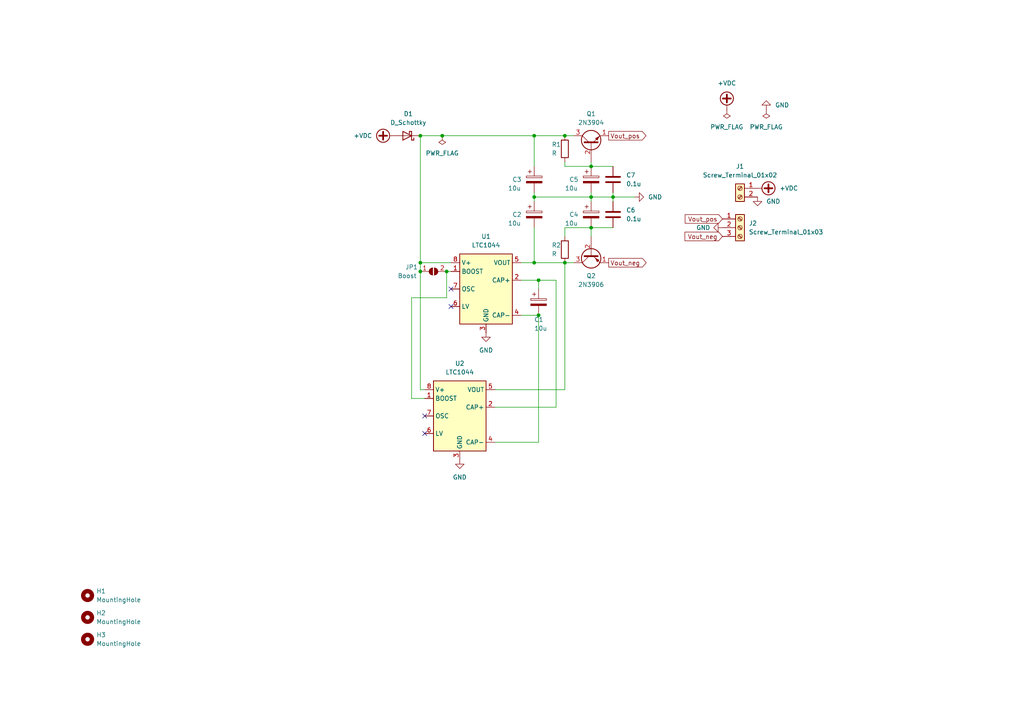
<source format=kicad_sch>
(kicad_sch (version 20211123) (generator eeschema)

  (uuid 438d4c38-e384-414f-9475-0309c84c1ce1)

  (paper "A4")

  (lib_symbols
    (symbol "Connector:Screw_Terminal_01x02" (pin_names (offset 1.016) hide) (in_bom yes) (on_board yes)
      (property "Reference" "J" (id 0) (at 0 2.54 0)
        (effects (font (size 1.27 1.27)))
      )
      (property "Value" "Screw_Terminal_01x02" (id 1) (at 0 -5.08 0)
        (effects (font (size 1.27 1.27)))
      )
      (property "Footprint" "" (id 2) (at 0 0 0)
        (effects (font (size 1.27 1.27)) hide)
      )
      (property "Datasheet" "~" (id 3) (at 0 0 0)
        (effects (font (size 1.27 1.27)) hide)
      )
      (property "ki_keywords" "screw terminal" (id 4) (at 0 0 0)
        (effects (font (size 1.27 1.27)) hide)
      )
      (property "ki_description" "Generic screw terminal, single row, 01x02, script generated (kicad-library-utils/schlib/autogen/connector/)" (id 5) (at 0 0 0)
        (effects (font (size 1.27 1.27)) hide)
      )
      (property "ki_fp_filters" "TerminalBlock*:*" (id 6) (at 0 0 0)
        (effects (font (size 1.27 1.27)) hide)
      )
      (symbol "Screw_Terminal_01x02_1_1"
        (rectangle (start -1.27 1.27) (end 1.27 -3.81)
          (stroke (width 0.254) (type default) (color 0 0 0 0))
          (fill (type background))
        )
        (circle (center 0 -2.54) (radius 0.635)
          (stroke (width 0.1524) (type default) (color 0 0 0 0))
          (fill (type none))
        )
        (polyline
          (pts
            (xy -0.5334 -2.2098)
            (xy 0.3302 -3.048)
          )
          (stroke (width 0.1524) (type default) (color 0 0 0 0))
          (fill (type none))
        )
        (polyline
          (pts
            (xy -0.5334 0.3302)
            (xy 0.3302 -0.508)
          )
          (stroke (width 0.1524) (type default) (color 0 0 0 0))
          (fill (type none))
        )
        (polyline
          (pts
            (xy -0.3556 -2.032)
            (xy 0.508 -2.8702)
          )
          (stroke (width 0.1524) (type default) (color 0 0 0 0))
          (fill (type none))
        )
        (polyline
          (pts
            (xy -0.3556 0.508)
            (xy 0.508 -0.3302)
          )
          (stroke (width 0.1524) (type default) (color 0 0 0 0))
          (fill (type none))
        )
        (circle (center 0 0) (radius 0.635)
          (stroke (width 0.1524) (type default) (color 0 0 0 0))
          (fill (type none))
        )
        (pin passive line (at -5.08 0 0) (length 3.81)
          (name "Pin_1" (effects (font (size 1.27 1.27))))
          (number "1" (effects (font (size 1.27 1.27))))
        )
        (pin passive line (at -5.08 -2.54 0) (length 3.81)
          (name "Pin_2" (effects (font (size 1.27 1.27))))
          (number "2" (effects (font (size 1.27 1.27))))
        )
      )
    )
    (symbol "Connector:Screw_Terminal_01x03" (pin_names (offset 1.016) hide) (in_bom yes) (on_board yes)
      (property "Reference" "J" (id 0) (at 0 5.08 0)
        (effects (font (size 1.27 1.27)))
      )
      (property "Value" "Screw_Terminal_01x03" (id 1) (at 0 -5.08 0)
        (effects (font (size 1.27 1.27)))
      )
      (property "Footprint" "" (id 2) (at 0 0 0)
        (effects (font (size 1.27 1.27)) hide)
      )
      (property "Datasheet" "~" (id 3) (at 0 0 0)
        (effects (font (size 1.27 1.27)) hide)
      )
      (property "ki_keywords" "screw terminal" (id 4) (at 0 0 0)
        (effects (font (size 1.27 1.27)) hide)
      )
      (property "ki_description" "Generic screw terminal, single row, 01x03, script generated (kicad-library-utils/schlib/autogen/connector/)" (id 5) (at 0 0 0)
        (effects (font (size 1.27 1.27)) hide)
      )
      (property "ki_fp_filters" "TerminalBlock*:*" (id 6) (at 0 0 0)
        (effects (font (size 1.27 1.27)) hide)
      )
      (symbol "Screw_Terminal_01x03_1_1"
        (rectangle (start -1.27 3.81) (end 1.27 -3.81)
          (stroke (width 0.254) (type default) (color 0 0 0 0))
          (fill (type background))
        )
        (circle (center 0 -2.54) (radius 0.635)
          (stroke (width 0.1524) (type default) (color 0 0 0 0))
          (fill (type none))
        )
        (polyline
          (pts
            (xy -0.5334 -2.2098)
            (xy 0.3302 -3.048)
          )
          (stroke (width 0.1524) (type default) (color 0 0 0 0))
          (fill (type none))
        )
        (polyline
          (pts
            (xy -0.5334 0.3302)
            (xy 0.3302 -0.508)
          )
          (stroke (width 0.1524) (type default) (color 0 0 0 0))
          (fill (type none))
        )
        (polyline
          (pts
            (xy -0.5334 2.8702)
            (xy 0.3302 2.032)
          )
          (stroke (width 0.1524) (type default) (color 0 0 0 0))
          (fill (type none))
        )
        (polyline
          (pts
            (xy -0.3556 -2.032)
            (xy 0.508 -2.8702)
          )
          (stroke (width 0.1524) (type default) (color 0 0 0 0))
          (fill (type none))
        )
        (polyline
          (pts
            (xy -0.3556 0.508)
            (xy 0.508 -0.3302)
          )
          (stroke (width 0.1524) (type default) (color 0 0 0 0))
          (fill (type none))
        )
        (polyline
          (pts
            (xy -0.3556 3.048)
            (xy 0.508 2.2098)
          )
          (stroke (width 0.1524) (type default) (color 0 0 0 0))
          (fill (type none))
        )
        (circle (center 0 0) (radius 0.635)
          (stroke (width 0.1524) (type default) (color 0 0 0 0))
          (fill (type none))
        )
        (circle (center 0 2.54) (radius 0.635)
          (stroke (width 0.1524) (type default) (color 0 0 0 0))
          (fill (type none))
        )
        (pin passive line (at -5.08 2.54 0) (length 3.81)
          (name "Pin_1" (effects (font (size 1.27 1.27))))
          (number "1" (effects (font (size 1.27 1.27))))
        )
        (pin passive line (at -5.08 0 0) (length 3.81)
          (name "Pin_2" (effects (font (size 1.27 1.27))))
          (number "2" (effects (font (size 1.27 1.27))))
        )
        (pin passive line (at -5.08 -2.54 0) (length 3.81)
          (name "Pin_3" (effects (font (size 1.27 1.27))))
          (number "3" (effects (font (size 1.27 1.27))))
        )
      )
    )
    (symbol "Device:C" (pin_numbers hide) (pin_names (offset 0.254)) (in_bom yes) (on_board yes)
      (property "Reference" "C" (id 0) (at 0.635 2.54 0)
        (effects (font (size 1.27 1.27)) (justify left))
      )
      (property "Value" "C" (id 1) (at 0.635 -2.54 0)
        (effects (font (size 1.27 1.27)) (justify left))
      )
      (property "Footprint" "" (id 2) (at 0.9652 -3.81 0)
        (effects (font (size 1.27 1.27)) hide)
      )
      (property "Datasheet" "~" (id 3) (at 0 0 0)
        (effects (font (size 1.27 1.27)) hide)
      )
      (property "ki_keywords" "cap capacitor" (id 4) (at 0 0 0)
        (effects (font (size 1.27 1.27)) hide)
      )
      (property "ki_description" "Unpolarized capacitor" (id 5) (at 0 0 0)
        (effects (font (size 1.27 1.27)) hide)
      )
      (property "ki_fp_filters" "C_*" (id 6) (at 0 0 0)
        (effects (font (size 1.27 1.27)) hide)
      )
      (symbol "C_0_1"
        (polyline
          (pts
            (xy -2.032 -0.762)
            (xy 2.032 -0.762)
          )
          (stroke (width 0.508) (type default) (color 0 0 0 0))
          (fill (type none))
        )
        (polyline
          (pts
            (xy -2.032 0.762)
            (xy 2.032 0.762)
          )
          (stroke (width 0.508) (type default) (color 0 0 0 0))
          (fill (type none))
        )
      )
      (symbol "C_1_1"
        (pin passive line (at 0 3.81 270) (length 2.794)
          (name "~" (effects (font (size 1.27 1.27))))
          (number "1" (effects (font (size 1.27 1.27))))
        )
        (pin passive line (at 0 -3.81 90) (length 2.794)
          (name "~" (effects (font (size 1.27 1.27))))
          (number "2" (effects (font (size 1.27 1.27))))
        )
      )
    )
    (symbol "Device:C_Polarized" (pin_numbers hide) (pin_names (offset 0.254)) (in_bom yes) (on_board yes)
      (property "Reference" "C" (id 0) (at 0.635 2.54 0)
        (effects (font (size 1.27 1.27)) (justify left))
      )
      (property "Value" "C_Polarized" (id 1) (at 0.635 -2.54 0)
        (effects (font (size 1.27 1.27)) (justify left))
      )
      (property "Footprint" "" (id 2) (at 0.9652 -3.81 0)
        (effects (font (size 1.27 1.27)) hide)
      )
      (property "Datasheet" "~" (id 3) (at 0 0 0)
        (effects (font (size 1.27 1.27)) hide)
      )
      (property "ki_keywords" "cap capacitor" (id 4) (at 0 0 0)
        (effects (font (size 1.27 1.27)) hide)
      )
      (property "ki_description" "Polarized capacitor" (id 5) (at 0 0 0)
        (effects (font (size 1.27 1.27)) hide)
      )
      (property "ki_fp_filters" "CP_*" (id 6) (at 0 0 0)
        (effects (font (size 1.27 1.27)) hide)
      )
      (symbol "C_Polarized_0_1"
        (rectangle (start -2.286 0.508) (end 2.286 1.016)
          (stroke (width 0) (type default) (color 0 0 0 0))
          (fill (type none))
        )
        (polyline
          (pts
            (xy -1.778 2.286)
            (xy -0.762 2.286)
          )
          (stroke (width 0) (type default) (color 0 0 0 0))
          (fill (type none))
        )
        (polyline
          (pts
            (xy -1.27 2.794)
            (xy -1.27 1.778)
          )
          (stroke (width 0) (type default) (color 0 0 0 0))
          (fill (type none))
        )
        (rectangle (start 2.286 -0.508) (end -2.286 -1.016)
          (stroke (width 0) (type default) (color 0 0 0 0))
          (fill (type outline))
        )
      )
      (symbol "C_Polarized_1_1"
        (pin passive line (at 0 3.81 270) (length 2.794)
          (name "~" (effects (font (size 1.27 1.27))))
          (number "1" (effects (font (size 1.27 1.27))))
        )
        (pin passive line (at 0 -3.81 90) (length 2.794)
          (name "~" (effects (font (size 1.27 1.27))))
          (number "2" (effects (font (size 1.27 1.27))))
        )
      )
    )
    (symbol "Device:D_Schottky" (pin_numbers hide) (pin_names (offset 1.016) hide) (in_bom yes) (on_board yes)
      (property "Reference" "D" (id 0) (at 0 2.54 0)
        (effects (font (size 1.27 1.27)))
      )
      (property "Value" "D_Schottky" (id 1) (at 0 -2.54 0)
        (effects (font (size 1.27 1.27)))
      )
      (property "Footprint" "" (id 2) (at 0 0 0)
        (effects (font (size 1.27 1.27)) hide)
      )
      (property "Datasheet" "~" (id 3) (at 0 0 0)
        (effects (font (size 1.27 1.27)) hide)
      )
      (property "ki_keywords" "diode Schottky" (id 4) (at 0 0 0)
        (effects (font (size 1.27 1.27)) hide)
      )
      (property "ki_description" "Schottky diode" (id 5) (at 0 0 0)
        (effects (font (size 1.27 1.27)) hide)
      )
      (property "ki_fp_filters" "TO-???* *_Diode_* *SingleDiode* D_*" (id 6) (at 0 0 0)
        (effects (font (size 1.27 1.27)) hide)
      )
      (symbol "D_Schottky_0_1"
        (polyline
          (pts
            (xy 1.27 0)
            (xy -1.27 0)
          )
          (stroke (width 0) (type default) (color 0 0 0 0))
          (fill (type none))
        )
        (polyline
          (pts
            (xy 1.27 1.27)
            (xy 1.27 -1.27)
            (xy -1.27 0)
            (xy 1.27 1.27)
          )
          (stroke (width 0.254) (type default) (color 0 0 0 0))
          (fill (type none))
        )
        (polyline
          (pts
            (xy -1.905 0.635)
            (xy -1.905 1.27)
            (xy -1.27 1.27)
            (xy -1.27 -1.27)
            (xy -0.635 -1.27)
            (xy -0.635 -0.635)
          )
          (stroke (width 0.254) (type default) (color 0 0 0 0))
          (fill (type none))
        )
      )
      (symbol "D_Schottky_1_1"
        (pin passive line (at -3.81 0 0) (length 2.54)
          (name "K" (effects (font (size 1.27 1.27))))
          (number "1" (effects (font (size 1.27 1.27))))
        )
        (pin passive line (at 3.81 0 180) (length 2.54)
          (name "A" (effects (font (size 1.27 1.27))))
          (number "2" (effects (font (size 1.27 1.27))))
        )
      )
    )
    (symbol "Device:R" (pin_numbers hide) (pin_names (offset 0)) (in_bom yes) (on_board yes)
      (property "Reference" "R" (id 0) (at 2.032 0 90)
        (effects (font (size 1.27 1.27)))
      )
      (property "Value" "R" (id 1) (at 0 0 90)
        (effects (font (size 1.27 1.27)))
      )
      (property "Footprint" "" (id 2) (at -1.778 0 90)
        (effects (font (size 1.27 1.27)) hide)
      )
      (property "Datasheet" "~" (id 3) (at 0 0 0)
        (effects (font (size 1.27 1.27)) hide)
      )
      (property "ki_keywords" "R res resistor" (id 4) (at 0 0 0)
        (effects (font (size 1.27 1.27)) hide)
      )
      (property "ki_description" "Resistor" (id 5) (at 0 0 0)
        (effects (font (size 1.27 1.27)) hide)
      )
      (property "ki_fp_filters" "R_*" (id 6) (at 0 0 0)
        (effects (font (size 1.27 1.27)) hide)
      )
      (symbol "R_0_1"
        (rectangle (start -1.016 -2.54) (end 1.016 2.54)
          (stroke (width 0.254) (type default) (color 0 0 0 0))
          (fill (type none))
        )
      )
      (symbol "R_1_1"
        (pin passive line (at 0 3.81 270) (length 1.27)
          (name "~" (effects (font (size 1.27 1.27))))
          (number "1" (effects (font (size 1.27 1.27))))
        )
        (pin passive line (at 0 -3.81 90) (length 1.27)
          (name "~" (effects (font (size 1.27 1.27))))
          (number "2" (effects (font (size 1.27 1.27))))
        )
      )
    )
    (symbol "Jumper:SolderJumper_2_Open" (pin_names (offset 0) hide) (in_bom yes) (on_board yes)
      (property "Reference" "JP" (id 0) (at 0 2.032 0)
        (effects (font (size 1.27 1.27)))
      )
      (property "Value" "SolderJumper_2_Open" (id 1) (at 0 -2.54 0)
        (effects (font (size 1.27 1.27)))
      )
      (property "Footprint" "" (id 2) (at 0 0 0)
        (effects (font (size 1.27 1.27)) hide)
      )
      (property "Datasheet" "~" (id 3) (at 0 0 0)
        (effects (font (size 1.27 1.27)) hide)
      )
      (property "ki_keywords" "solder jumper SPST" (id 4) (at 0 0 0)
        (effects (font (size 1.27 1.27)) hide)
      )
      (property "ki_description" "Solder Jumper, 2-pole, open" (id 5) (at 0 0 0)
        (effects (font (size 1.27 1.27)) hide)
      )
      (property "ki_fp_filters" "SolderJumper*Open*" (id 6) (at 0 0 0)
        (effects (font (size 1.27 1.27)) hide)
      )
      (symbol "SolderJumper_2_Open_0_1"
        (arc (start -0.254 1.016) (mid -1.27 0) (end -0.254 -1.016)
          (stroke (width 0) (type default) (color 0 0 0 0))
          (fill (type none))
        )
        (arc (start -0.254 1.016) (mid -1.27 0) (end -0.254 -1.016)
          (stroke (width 0) (type default) (color 0 0 0 0))
          (fill (type outline))
        )
        (polyline
          (pts
            (xy -0.254 1.016)
            (xy -0.254 -1.016)
          )
          (stroke (width 0) (type default) (color 0 0 0 0))
          (fill (type none))
        )
        (polyline
          (pts
            (xy 0.254 1.016)
            (xy 0.254 -1.016)
          )
          (stroke (width 0) (type default) (color 0 0 0 0))
          (fill (type none))
        )
        (arc (start 0.254 -1.016) (mid 1.27 0) (end 0.254 1.016)
          (stroke (width 0) (type default) (color 0 0 0 0))
          (fill (type none))
        )
        (arc (start 0.254 -1.016) (mid 1.27 0) (end 0.254 1.016)
          (stroke (width 0) (type default) (color 0 0 0 0))
          (fill (type outline))
        )
      )
      (symbol "SolderJumper_2_Open_1_1"
        (pin passive line (at -3.81 0 0) (length 2.54)
          (name "A" (effects (font (size 1.27 1.27))))
          (number "1" (effects (font (size 1.27 1.27))))
        )
        (pin passive line (at 3.81 0 180) (length 2.54)
          (name "B" (effects (font (size 1.27 1.27))))
          (number "2" (effects (font (size 1.27 1.27))))
        )
      )
    )
    (symbol "Mechanical:MountingHole" (pin_names (offset 1.016)) (in_bom yes) (on_board yes)
      (property "Reference" "H" (id 0) (at 0 5.08 0)
        (effects (font (size 1.27 1.27)))
      )
      (property "Value" "MountingHole" (id 1) (at 0 3.175 0)
        (effects (font (size 1.27 1.27)))
      )
      (property "Footprint" "" (id 2) (at 0 0 0)
        (effects (font (size 1.27 1.27)) hide)
      )
      (property "Datasheet" "~" (id 3) (at 0 0 0)
        (effects (font (size 1.27 1.27)) hide)
      )
      (property "ki_keywords" "mounting hole" (id 4) (at 0 0 0)
        (effects (font (size 1.27 1.27)) hide)
      )
      (property "ki_description" "Mounting Hole without connection" (id 5) (at 0 0 0)
        (effects (font (size 1.27 1.27)) hide)
      )
      (property "ki_fp_filters" "MountingHole*" (id 6) (at 0 0 0)
        (effects (font (size 1.27 1.27)) hide)
      )
      (symbol "MountingHole_0_1"
        (circle (center 0 0) (radius 1.27)
          (stroke (width 1.27) (type default) (color 0 0 0 0))
          (fill (type none))
        )
      )
    )
    (symbol "Regulator_SwitchedCapacitor:LTC1044" (in_bom yes) (on_board yes)
      (property "Reference" "U" (id 0) (at -6.35 11.43 0)
        (effects (font (size 1.27 1.27)))
      )
      (property "Value" "LTC1044" (id 1) (at 3.81 11.43 0)
        (effects (font (size 1.27 1.27)))
      )
      (property "Footprint" "" (id 2) (at 2.54 -2.54 0)
        (effects (font (size 1.27 1.27)) hide)
      )
      (property "Datasheet" "https://www.analog.com/media/en/technical-documentation/data-sheets/lt1044.pdf" (id 3) (at 2.54 -2.54 0)
        (effects (font (size 1.27 1.27)) hide)
      )
      (property "ki_keywords" "monolithic CMOS switched capacitor voltage converter invert double divide multiply boost" (id 4) (at 0 0 0)
        (effects (font (size 1.27 1.27)) hide)
      )
      (property "ki_description" "Switched Capacitor Voltage Converter, 1.5V to 9V supply operation, 200uA Max No Load Supply Current at 5V, DIP-8/TO-99" (id 5) (at 0 0 0)
        (effects (font (size 1.27 1.27)) hide)
      )
      (property "ki_fp_filters" "DIP*W7.62mm* TO?99*" (id 6) (at 0 0 0)
        (effects (font (size 1.27 1.27)) hide)
      )
      (symbol "LTC1044_0_1"
        (rectangle (start -7.62 10.16) (end 7.62 -10.16)
          (stroke (width 0.254) (type default) (color 0 0 0 0))
          (fill (type background))
        )
      )
      (symbol "LTC1044_1_1"
        (pin input line (at -10.16 5.08 0) (length 2.54)
          (name "BOOST" (effects (font (size 1.27 1.27))))
          (number "1" (effects (font (size 1.27 1.27))))
        )
        (pin input line (at 10.16 2.54 180) (length 2.54)
          (name "CAP+" (effects (font (size 1.27 1.27))))
          (number "2" (effects (font (size 1.27 1.27))))
        )
        (pin power_in line (at 0 -12.7 90) (length 2.54)
          (name "GND" (effects (font (size 1.27 1.27))))
          (number "3" (effects (font (size 1.27 1.27))))
        )
        (pin input line (at 10.16 -7.62 180) (length 2.54)
          (name "CAP-" (effects (font (size 1.27 1.27))))
          (number "4" (effects (font (size 1.27 1.27))))
        )
        (pin power_out line (at 10.16 7.62 180) (length 2.54)
          (name "VOUT" (effects (font (size 1.27 1.27))))
          (number "5" (effects (font (size 1.27 1.27))))
        )
        (pin input line (at -10.16 -5.08 0) (length 2.54)
          (name "LV" (effects (font (size 1.27 1.27))))
          (number "6" (effects (font (size 1.27 1.27))))
        )
        (pin input line (at -10.16 0 0) (length 2.54)
          (name "OSC" (effects (font (size 1.27 1.27))))
          (number "7" (effects (font (size 1.27 1.27))))
        )
        (pin power_in line (at -10.16 7.62 0) (length 2.54)
          (name "V+" (effects (font (size 1.27 1.27))))
          (number "8" (effects (font (size 1.27 1.27))))
        )
      )
    )
    (symbol "Transistor_BJT:2N3904" (pin_names (offset 0) hide) (in_bom yes) (on_board yes)
      (property "Reference" "Q" (id 0) (at 5.08 1.905 0)
        (effects (font (size 1.27 1.27)) (justify left))
      )
      (property "Value" "2N3904" (id 1) (at 5.08 0 0)
        (effects (font (size 1.27 1.27)) (justify left))
      )
      (property "Footprint" "Package_TO_SOT_THT:TO-92_Inline" (id 2) (at 5.08 -1.905 0)
        (effects (font (size 1.27 1.27) italic) (justify left) hide)
      )
      (property "Datasheet" "https://www.onsemi.com/pub/Collateral/2N3903-D.PDF" (id 3) (at 0 0 0)
        (effects (font (size 1.27 1.27)) (justify left) hide)
      )
      (property "ki_keywords" "NPN Transistor" (id 4) (at 0 0 0)
        (effects (font (size 1.27 1.27)) hide)
      )
      (property "ki_description" "0.2A Ic, 40V Vce, Small Signal NPN Transistor, TO-92" (id 5) (at 0 0 0)
        (effects (font (size 1.27 1.27)) hide)
      )
      (property "ki_fp_filters" "TO?92*" (id 6) (at 0 0 0)
        (effects (font (size 1.27 1.27)) hide)
      )
      (symbol "2N3904_0_1"
        (polyline
          (pts
            (xy 0.635 0.635)
            (xy 2.54 2.54)
          )
          (stroke (width 0) (type default) (color 0 0 0 0))
          (fill (type none))
        )
        (polyline
          (pts
            (xy 0.635 -0.635)
            (xy 2.54 -2.54)
            (xy 2.54 -2.54)
          )
          (stroke (width 0) (type default) (color 0 0 0 0))
          (fill (type none))
        )
        (polyline
          (pts
            (xy 0.635 1.905)
            (xy 0.635 -1.905)
            (xy 0.635 -1.905)
          )
          (stroke (width 0.508) (type default) (color 0 0 0 0))
          (fill (type none))
        )
        (polyline
          (pts
            (xy 1.27 -1.778)
            (xy 1.778 -1.27)
            (xy 2.286 -2.286)
            (xy 1.27 -1.778)
            (xy 1.27 -1.778)
          )
          (stroke (width 0) (type default) (color 0 0 0 0))
          (fill (type outline))
        )
        (circle (center 1.27 0) (radius 2.8194)
          (stroke (width 0.254) (type default) (color 0 0 0 0))
          (fill (type none))
        )
      )
      (symbol "2N3904_1_1"
        (pin passive line (at 2.54 -5.08 90) (length 2.54)
          (name "E" (effects (font (size 1.27 1.27))))
          (number "1" (effects (font (size 1.27 1.27))))
        )
        (pin passive line (at -5.08 0 0) (length 5.715)
          (name "B" (effects (font (size 1.27 1.27))))
          (number "2" (effects (font (size 1.27 1.27))))
        )
        (pin passive line (at 2.54 5.08 270) (length 2.54)
          (name "C" (effects (font (size 1.27 1.27))))
          (number "3" (effects (font (size 1.27 1.27))))
        )
      )
    )
    (symbol "Transistor_BJT:2N3906" (pin_names (offset 0) hide) (in_bom yes) (on_board yes)
      (property "Reference" "Q" (id 0) (at 5.08 1.905 0)
        (effects (font (size 1.27 1.27)) (justify left))
      )
      (property "Value" "2N3906" (id 1) (at 5.08 0 0)
        (effects (font (size 1.27 1.27)) (justify left))
      )
      (property "Footprint" "Package_TO_SOT_THT:TO-92_Inline" (id 2) (at 5.08 -1.905 0)
        (effects (font (size 1.27 1.27) italic) (justify left) hide)
      )
      (property "Datasheet" "https://www.onsemi.com/pub/Collateral/2N3906-D.PDF" (id 3) (at 0 0 0)
        (effects (font (size 1.27 1.27)) (justify left) hide)
      )
      (property "ki_keywords" "PNP Transistor" (id 4) (at 0 0 0)
        (effects (font (size 1.27 1.27)) hide)
      )
      (property "ki_description" "-0.2A Ic, -40V Vce, Small Signal PNP Transistor, TO-92" (id 5) (at 0 0 0)
        (effects (font (size 1.27 1.27)) hide)
      )
      (property "ki_fp_filters" "TO?92*" (id 6) (at 0 0 0)
        (effects (font (size 1.27 1.27)) hide)
      )
      (symbol "2N3906_0_1"
        (polyline
          (pts
            (xy 0.635 0.635)
            (xy 2.54 2.54)
          )
          (stroke (width 0) (type default) (color 0 0 0 0))
          (fill (type none))
        )
        (polyline
          (pts
            (xy 0.635 -0.635)
            (xy 2.54 -2.54)
            (xy 2.54 -2.54)
          )
          (stroke (width 0) (type default) (color 0 0 0 0))
          (fill (type none))
        )
        (polyline
          (pts
            (xy 0.635 1.905)
            (xy 0.635 -1.905)
            (xy 0.635 -1.905)
          )
          (stroke (width 0.508) (type default) (color 0 0 0 0))
          (fill (type none))
        )
        (polyline
          (pts
            (xy 2.286 -1.778)
            (xy 1.778 -2.286)
            (xy 1.27 -1.27)
            (xy 2.286 -1.778)
            (xy 2.286 -1.778)
          )
          (stroke (width 0) (type default) (color 0 0 0 0))
          (fill (type outline))
        )
        (circle (center 1.27 0) (radius 2.8194)
          (stroke (width 0.254) (type default) (color 0 0 0 0))
          (fill (type none))
        )
      )
      (symbol "2N3906_1_1"
        (pin passive line (at 2.54 -5.08 90) (length 2.54)
          (name "E" (effects (font (size 1.27 1.27))))
          (number "1" (effects (font (size 1.27 1.27))))
        )
        (pin input line (at -5.08 0 0) (length 5.715)
          (name "B" (effects (font (size 1.27 1.27))))
          (number "2" (effects (font (size 1.27 1.27))))
        )
        (pin passive line (at 2.54 5.08 270) (length 2.54)
          (name "C" (effects (font (size 1.27 1.27))))
          (number "3" (effects (font (size 1.27 1.27))))
        )
      )
    )
    (symbol "power:+VDC" (power) (pin_names (offset 0)) (in_bom yes) (on_board yes)
      (property "Reference" "#PWR" (id 0) (at 0 -2.54 0)
        (effects (font (size 1.27 1.27)) hide)
      )
      (property "Value" "+VDC" (id 1) (at 0 6.35 0)
        (effects (font (size 1.27 1.27)))
      )
      (property "Footprint" "" (id 2) (at 0 0 0)
        (effects (font (size 1.27 1.27)) hide)
      )
      (property "Datasheet" "" (id 3) (at 0 0 0)
        (effects (font (size 1.27 1.27)) hide)
      )
      (property "ki_keywords" "power-flag" (id 4) (at 0 0 0)
        (effects (font (size 1.27 1.27)) hide)
      )
      (property "ki_description" "Power symbol creates a global label with name \"+VDC\"" (id 5) (at 0 0 0)
        (effects (font (size 1.27 1.27)) hide)
      )
      (symbol "+VDC_0_1"
        (polyline
          (pts
            (xy -1.143 3.175)
            (xy 1.143 3.175)
          )
          (stroke (width 0.508) (type default) (color 0 0 0 0))
          (fill (type none))
        )
        (polyline
          (pts
            (xy 0 0)
            (xy 0 1.27)
          )
          (stroke (width 0) (type default) (color 0 0 0 0))
          (fill (type none))
        )
        (polyline
          (pts
            (xy 0 2.032)
            (xy 0 4.318)
          )
          (stroke (width 0.508) (type default) (color 0 0 0 0))
          (fill (type none))
        )
        (circle (center 0 3.175) (radius 1.905)
          (stroke (width 0.254) (type default) (color 0 0 0 0))
          (fill (type none))
        )
      )
      (symbol "+VDC_1_1"
        (pin power_in line (at 0 0 90) (length 0) hide
          (name "+VDC" (effects (font (size 1.27 1.27))))
          (number "1" (effects (font (size 1.27 1.27))))
        )
      )
    )
    (symbol "power:GND" (power) (pin_names (offset 0)) (in_bom yes) (on_board yes)
      (property "Reference" "#PWR" (id 0) (at 0 -6.35 0)
        (effects (font (size 1.27 1.27)) hide)
      )
      (property "Value" "GND" (id 1) (at 0 -3.81 0)
        (effects (font (size 1.27 1.27)))
      )
      (property "Footprint" "" (id 2) (at 0 0 0)
        (effects (font (size 1.27 1.27)) hide)
      )
      (property "Datasheet" "" (id 3) (at 0 0 0)
        (effects (font (size 1.27 1.27)) hide)
      )
      (property "ki_keywords" "power-flag" (id 4) (at 0 0 0)
        (effects (font (size 1.27 1.27)) hide)
      )
      (property "ki_description" "Power symbol creates a global label with name \"GND\" , ground" (id 5) (at 0 0 0)
        (effects (font (size 1.27 1.27)) hide)
      )
      (symbol "GND_0_1"
        (polyline
          (pts
            (xy 0 0)
            (xy 0 -1.27)
            (xy 1.27 -1.27)
            (xy 0 -2.54)
            (xy -1.27 -1.27)
            (xy 0 -1.27)
          )
          (stroke (width 0) (type default) (color 0 0 0 0))
          (fill (type none))
        )
      )
      (symbol "GND_1_1"
        (pin power_in line (at 0 0 270) (length 0) hide
          (name "GND" (effects (font (size 1.27 1.27))))
          (number "1" (effects (font (size 1.27 1.27))))
        )
      )
    )
    (symbol "power:PWR_FLAG" (power) (pin_numbers hide) (pin_names (offset 0) hide) (in_bom yes) (on_board yes)
      (property "Reference" "#FLG" (id 0) (at 0 1.905 0)
        (effects (font (size 1.27 1.27)) hide)
      )
      (property "Value" "PWR_FLAG" (id 1) (at 0 3.81 0)
        (effects (font (size 1.27 1.27)))
      )
      (property "Footprint" "" (id 2) (at 0 0 0)
        (effects (font (size 1.27 1.27)) hide)
      )
      (property "Datasheet" "~" (id 3) (at 0 0 0)
        (effects (font (size 1.27 1.27)) hide)
      )
      (property "ki_keywords" "power-flag" (id 4) (at 0 0 0)
        (effects (font (size 1.27 1.27)) hide)
      )
      (property "ki_description" "Special symbol for telling ERC where power comes from" (id 5) (at 0 0 0)
        (effects (font (size 1.27 1.27)) hide)
      )
      (symbol "PWR_FLAG_0_0"
        (pin power_out line (at 0 0 90) (length 0)
          (name "pwr" (effects (font (size 1.27 1.27))))
          (number "1" (effects (font (size 1.27 1.27))))
        )
      )
      (symbol "PWR_FLAG_0_1"
        (polyline
          (pts
            (xy 0 0)
            (xy 0 1.27)
            (xy -1.016 1.905)
            (xy 0 2.54)
            (xy 1.016 1.905)
            (xy 0 1.27)
          )
          (stroke (width 0) (type default) (color 0 0 0 0))
          (fill (type none))
        )
      )
    )
  )


  (junction (at 154.94 76.2) (diameter 0) (color 0 0 0 0)
    (uuid 145d9350-1be8-44ce-a9e9-aac433261052)
  )
  (junction (at 121.92 78.74) (diameter 0) (color 0 0 0 0)
    (uuid 16e424e5-2131-421a-97bb-2507eda0da41)
  )
  (junction (at 129.54 78.74) (diameter 0) (color 0 0 0 0)
    (uuid 1eb1ec6d-9a6a-43e6-a708-251717217f11)
  )
  (junction (at 156.21 91.44) (diameter 0) (color 0 0 0 0)
    (uuid 26a050f0-753a-4947-b7e3-943b9b498ea1)
  )
  (junction (at 121.92 76.2) (diameter 0) (color 0 0 0 0)
    (uuid 400a6db7-893d-4481-8888-3011c25b837d)
  )
  (junction (at 163.83 76.2) (diameter 0) (color 0 0 0 0)
    (uuid 54584c17-da4e-4279-9bee-8c3edb2fc81a)
  )
  (junction (at 171.45 66.04) (diameter 0) (color 0 0 0 0)
    (uuid 744c4796-5377-41f6-b368-88f7e080a961)
  )
  (junction (at 177.8 57.15) (diameter 0) (color 0 0 0 0)
    (uuid 8e2bee3b-e5a6-430e-8134-1ed520eb4c19)
  )
  (junction (at 171.45 48.26) (diameter 0) (color 0 0 0 0)
    (uuid a28c4105-9b86-4a66-828d-b43fa03d8e27)
  )
  (junction (at 163.83 39.37) (diameter 0) (color 0 0 0 0)
    (uuid c33c23e6-094c-4c77-925b-938f3bff95b5)
  )
  (junction (at 154.94 57.15) (diameter 0) (color 0 0 0 0)
    (uuid dc4e48f9-f14b-4c2d-855e-32685de8bfa6)
  )
  (junction (at 171.45 57.15) (diameter 0) (color 0 0 0 0)
    (uuid dcc637ed-87df-44bb-b30f-5d3a67915e70)
  )
  (junction (at 154.94 39.37) (diameter 0) (color 0 0 0 0)
    (uuid dd83bec2-3d45-40b2-ac8d-a1e3d1adcb00)
  )
  (junction (at 156.21 81.28) (diameter 0) (color 0 0 0 0)
    (uuid eb63752a-64dd-4ce5-b0a1-fd08462a3f07)
  )
  (junction (at 128.27 39.37) (diameter 0) (color 0 0 0 0)
    (uuid f73de171-4ff7-4e1b-bd16-9290487286b5)
  )
  (junction (at 121.92 39.37) (diameter 0) (color 0 0 0 0)
    (uuid fef0b0fc-6671-4fd5-bf86-436e92989493)
  )

  (no_connect (at 130.81 83.82) (uuid 002c8032-a2d1-4489-95d2-ba2034829af6))
  (no_connect (at 130.81 88.9) (uuid b9aaa32b-c97e-4612-8d57-22f22eb53f98))
  (no_connect (at 123.19 120.65) (uuid e60f9824-5678-485b-be83-b57fd20fedf8))
  (no_connect (at 123.19 125.73) (uuid f39b7a72-a242-437d-94a0-f61ef6dda4cd))

  (wire (pts (xy 177.8 57.15) (xy 177.8 55.88))
    (stroke (width 0) (type default) (color 0 0 0 0))
    (uuid 04a8b2e8-8fb5-4e38-b660-1581035e14fe)
  )
  (wire (pts (xy 163.83 76.2) (xy 166.37 76.2))
    (stroke (width 0) (type default) (color 0 0 0 0))
    (uuid 053eb802-0c9f-494f-932b-47d7d056c2aa)
  )
  (wire (pts (xy 121.92 113.03) (xy 123.19 113.03))
    (stroke (width 0) (type default) (color 0 0 0 0))
    (uuid 13425d0b-f855-4c81-91f1-cb0dbc3f3c86)
  )
  (wire (pts (xy 163.83 113.03) (xy 143.51 113.03))
    (stroke (width 0) (type default) (color 0 0 0 0))
    (uuid 1538b7cb-4b08-49b2-bdea-e10a28a94ed4)
  )
  (wire (pts (xy 163.83 48.26) (xy 171.45 48.26))
    (stroke (width 0) (type default) (color 0 0 0 0))
    (uuid 15e7c8d7-94a5-488b-9aec-7953b1ef55ba)
  )
  (wire (pts (xy 154.94 57.15) (xy 171.45 57.15))
    (stroke (width 0) (type default) (color 0 0 0 0))
    (uuid 1c6de155-ab7d-44b5-9def-07670ff37901)
  )
  (wire (pts (xy 154.94 58.42) (xy 154.94 57.15))
    (stroke (width 0) (type default) (color 0 0 0 0))
    (uuid 1e5c11e2-8c7c-4b94-926d-f173ae58abbc)
  )
  (wire (pts (xy 161.29 118.11) (xy 143.51 118.11))
    (stroke (width 0) (type default) (color 0 0 0 0))
    (uuid 237c5735-f1fd-4bb3-827c-f5c693de1686)
  )
  (wire (pts (xy 171.45 66.04) (xy 177.8 66.04))
    (stroke (width 0) (type default) (color 0 0 0 0))
    (uuid 35bd912d-da14-4e9f-b76a-adfcf9895f69)
  )
  (wire (pts (xy 154.94 39.37) (xy 154.94 48.26))
    (stroke (width 0) (type default) (color 0 0 0 0))
    (uuid 36233d4f-2c69-4bcb-bed2-26ea3faaa257)
  )
  (wire (pts (xy 121.92 76.2) (xy 130.81 76.2))
    (stroke (width 0) (type default) (color 0 0 0 0))
    (uuid 372a80fc-ae5d-47f8-aa52-1fce57a3f471)
  )
  (wire (pts (xy 156.21 128.27) (xy 143.51 128.27))
    (stroke (width 0) (type default) (color 0 0 0 0))
    (uuid 373212b7-49ef-45c2-be29-e3dd02f1066d)
  )
  (wire (pts (xy 151.13 91.44) (xy 156.21 91.44))
    (stroke (width 0) (type default) (color 0 0 0 0))
    (uuid 3dff9328-faf7-4978-944e-b3f2867ef9e8)
  )
  (wire (pts (xy 184.15 57.15) (xy 177.8 57.15))
    (stroke (width 0) (type default) (color 0 0 0 0))
    (uuid 406ed53b-31d1-4cb4-899b-d58056970aa6)
  )
  (wire (pts (xy 154.94 66.04) (xy 154.94 76.2))
    (stroke (width 0) (type default) (color 0 0 0 0))
    (uuid 4b873f2c-ccfb-444c-9479-d80a2472d61a)
  )
  (wire (pts (xy 171.45 48.26) (xy 177.8 48.26))
    (stroke (width 0) (type default) (color 0 0 0 0))
    (uuid 4c06886e-a686-4bfa-a9a1-9bd621d2c5e5)
  )
  (wire (pts (xy 163.83 39.37) (xy 166.37 39.37))
    (stroke (width 0) (type default) (color 0 0 0 0))
    (uuid 4e39791e-9632-448e-849f-2a9b20efaa95)
  )
  (wire (pts (xy 156.21 91.44) (xy 156.21 128.27))
    (stroke (width 0) (type default) (color 0 0 0 0))
    (uuid 4e5a0a3d-4bf1-47f6-885f-1b2131abf6cb)
  )
  (wire (pts (xy 171.45 66.04) (xy 171.45 68.58))
    (stroke (width 0) (type default) (color 0 0 0 0))
    (uuid 5f710a04-ab46-4b1f-aa50-941f0d427f10)
  )
  (wire (pts (xy 121.92 78.74) (xy 121.92 113.03))
    (stroke (width 0) (type default) (color 0 0 0 0))
    (uuid 77cbe6d2-a2b8-46bc-b5d5-6fe3f190f1ab)
  )
  (wire (pts (xy 171.45 46.99) (xy 171.45 48.26))
    (stroke (width 0) (type default) (color 0 0 0 0))
    (uuid 79c8a3ff-0195-4d1a-bc7f-836c47660870)
  )
  (wire (pts (xy 156.21 81.28) (xy 151.13 81.28))
    (stroke (width 0) (type default) (color 0 0 0 0))
    (uuid 7caea5e2-485e-447e-972d-179a2903d8f7)
  )
  (wire (pts (xy 154.94 76.2) (xy 163.83 76.2))
    (stroke (width 0) (type default) (color 0 0 0 0))
    (uuid 7e196398-56bc-4e5f-86ac-42df5b5404a1)
  )
  (wire (pts (xy 129.54 78.74) (xy 130.81 78.74))
    (stroke (width 0) (type default) (color 0 0 0 0))
    (uuid 812a2910-089c-4dca-9536-56c042e6abb3)
  )
  (wire (pts (xy 156.21 83.82) (xy 156.21 81.28))
    (stroke (width 0) (type default) (color 0 0 0 0))
    (uuid 87addc40-7e71-4fa4-a863-fab822f8cad9)
  )
  (wire (pts (xy 119.38 115.57) (xy 123.19 115.57))
    (stroke (width 0) (type default) (color 0 0 0 0))
    (uuid 99f16ae2-bc94-4ca5-b754-28693fe972c0)
  )
  (wire (pts (xy 171.45 57.15) (xy 177.8 57.15))
    (stroke (width 0) (type default) (color 0 0 0 0))
    (uuid b46c3c23-ce15-4d0b-ba93-6f975827cd6a)
  )
  (wire (pts (xy 121.92 39.37) (xy 128.27 39.37))
    (stroke (width 0) (type default) (color 0 0 0 0))
    (uuid b8e3e5ca-c539-4a48-9dff-9f4a0ed61fb3)
  )
  (wire (pts (xy 171.45 58.42) (xy 171.45 57.15))
    (stroke (width 0) (type default) (color 0 0 0 0))
    (uuid bcf91cb1-bc5f-4873-8f31-0ada8c0ff16d)
  )
  (wire (pts (xy 163.83 76.2) (xy 163.83 113.03))
    (stroke (width 0) (type default) (color 0 0 0 0))
    (uuid bf70fa6f-45ed-4d73-a4d5-ed6efe80c93e)
  )
  (wire (pts (xy 163.83 46.99) (xy 163.83 48.26))
    (stroke (width 0) (type default) (color 0 0 0 0))
    (uuid c18553f1-3dd2-44b5-964d-a4e5c223df1e)
  )
  (wire (pts (xy 128.27 39.37) (xy 154.94 39.37))
    (stroke (width 0) (type default) (color 0 0 0 0))
    (uuid ca4fb96c-3f36-4b43-bf5d-1c7d4410d8f9)
  )
  (wire (pts (xy 154.94 55.88) (xy 154.94 57.15))
    (stroke (width 0) (type default) (color 0 0 0 0))
    (uuid cbe7db16-d428-4233-8df1-e292c37dbc17)
  )
  (wire (pts (xy 129.54 86.36) (xy 119.38 86.36))
    (stroke (width 0) (type default) (color 0 0 0 0))
    (uuid d10868f6-6437-4fe8-a92c-dd3bd0e6d3d8)
  )
  (wire (pts (xy 121.92 76.2) (xy 121.92 78.74))
    (stroke (width 0) (type default) (color 0 0 0 0))
    (uuid d135d30f-f113-40ae-a0b9-dde3265cdeeb)
  )
  (wire (pts (xy 161.29 81.28) (xy 161.29 118.11))
    (stroke (width 0) (type default) (color 0 0 0 0))
    (uuid d14f02d4-573c-4b56-9cfe-937551edc485)
  )
  (wire (pts (xy 119.38 86.36) (xy 119.38 115.57))
    (stroke (width 0) (type default) (color 0 0 0 0))
    (uuid d9b6d7c1-95ec-4c86-91b7-b8885bbcf950)
  )
  (wire (pts (xy 163.83 68.58) (xy 163.83 66.04))
    (stroke (width 0) (type default) (color 0 0 0 0))
    (uuid ddcdb978-90e1-47d5-abf9-a6cdfcdfcaf8)
  )
  (wire (pts (xy 163.83 66.04) (xy 171.45 66.04))
    (stroke (width 0) (type default) (color 0 0 0 0))
    (uuid df3d2bb6-58c2-4141-b4af-14c47eb439fa)
  )
  (wire (pts (xy 129.54 78.74) (xy 129.54 86.36))
    (stroke (width 0) (type default) (color 0 0 0 0))
    (uuid ec039444-54de-436a-aced-334c4e7f497c)
  )
  (wire (pts (xy 121.92 39.37) (xy 121.92 76.2))
    (stroke (width 0) (type default) (color 0 0 0 0))
    (uuid efd2ef7f-3e12-40dc-aa9f-b4af3d06d242)
  )
  (wire (pts (xy 171.45 55.88) (xy 171.45 57.15))
    (stroke (width 0) (type default) (color 0 0 0 0))
    (uuid f2b7af9f-17d3-4bd0-9ef6-7a806bdf0b86)
  )
  (wire (pts (xy 154.94 39.37) (xy 163.83 39.37))
    (stroke (width 0) (type default) (color 0 0 0 0))
    (uuid f48a38b8-3a14-48a2-892d-df20e9e3209a)
  )
  (wire (pts (xy 156.21 81.28) (xy 161.29 81.28))
    (stroke (width 0) (type default) (color 0 0 0 0))
    (uuid f6271a5e-13d3-4d21-a184-002941eb85db)
  )
  (wire (pts (xy 151.13 76.2) (xy 154.94 76.2))
    (stroke (width 0) (type default) (color 0 0 0 0))
    (uuid fc7786fc-afa4-4030-99a4-3912bd85e83b)
  )
  (wire (pts (xy 177.8 57.15) (xy 177.8 58.42))
    (stroke (width 0) (type default) (color 0 0 0 0))
    (uuid fd3e5766-a48a-4108-be0c-dcb9ee891ea4)
  )

  (global_label "Vout_neg" (shape output) (at 176.53 76.2 0) (fields_autoplaced)
    (effects (font (size 1.27 1.27)) (justify left))
    (uuid 10b2acba-c8ab-4fd5-82de-255367495c81)
    (property "Intersheet References" "${INTERSHEET_REFS}" (id 0) (at 187.4098 76.1206 0)
      (effects (font (size 1.27 1.27)) (justify left) hide)
    )
  )
  (global_label "Vout_pos" (shape input) (at 209.55 63.5 180) (fields_autoplaced)
    (effects (font (size 1.27 1.27)) (justify right))
    (uuid 1b98d9a9-11a2-41ff-8c29-1fa93c9d622c)
    (property "Intersheet References" "${INTERSHEET_REFS}" (id 0) (at 198.7307 63.4206 0)
      (effects (font (size 1.27 1.27)) (justify right) hide)
    )
  )
  (global_label "Vout_neg" (shape input) (at 209.55 68.58 180) (fields_autoplaced)
    (effects (font (size 1.27 1.27)) (justify right))
    (uuid 2610d3df-0e94-48a0-8338-6b832b2ebce0)
    (property "Intersheet References" "${INTERSHEET_REFS}" (id 0) (at 198.6702 68.5006 0)
      (effects (font (size 1.27 1.27)) (justify right) hide)
    )
  )
  (global_label "Vout_pos" (shape output) (at 176.53 39.37 0) (fields_autoplaced)
    (effects (font (size 1.27 1.27)) (justify left))
    (uuid 4fe700ca-714f-4679-892f-3c8fd9c047c7)
    (property "Intersheet References" "${INTERSHEET_REFS}" (id 0) (at 187.3493 39.2906 0)
      (effects (font (size 1.27 1.27)) (justify left) hide)
    )
  )

  (symbol (lib_id "Connector:Screw_Terminal_01x02") (at 214.63 54.61 0) (mirror y) (unit 1)
    (in_bom yes) (on_board yes) (fields_autoplaced)
    (uuid 16cd4fbd-af81-49a6-a5b3-e0c94394dbf7)
    (property "Reference" "J1" (id 0) (at 214.63 48.26 0))
    (property "Value" "Screw_Terminal_01x02" (id 1) (at 214.63 50.8 0))
    (property "Footprint" "TerminalBlock_Phoenix:TerminalBlock_Phoenix_MPT-0,5-2-2.54_1x02_P2.54mm_Horizontal" (id 2) (at 214.63 54.61 0)
      (effects (font (size 1.27 1.27)) hide)
    )
    (property "Datasheet" "~" (id 3) (at 214.63 54.61 0)
      (effects (font (size 1.27 1.27)) hide)
    )
    (pin "1" (uuid 82912e26-413a-4309-b7a8-a9e848f8339a))
    (pin "2" (uuid acaa30df-6938-4075-ac5d-6dfdb11dc737))
  )

  (symbol (lib_id "power:GND") (at 209.55 66.04 270) (unit 1)
    (in_bom yes) (on_board yes)
    (uuid 267c6a73-c21f-4432-b3fa-6c7d55f65275)
    (property "Reference" "#PWR05" (id 0) (at 203.2 66.04 0)
      (effects (font (size 1.27 1.27)) hide)
    )
    (property "Value" "GND" (id 1) (at 201.93 66.04 90)
      (effects (font (size 1.27 1.27)) (justify left))
    )
    (property "Footprint" "" (id 2) (at 209.55 66.04 0)
      (effects (font (size 1.27 1.27)) hide)
    )
    (property "Datasheet" "" (id 3) (at 209.55 66.04 0)
      (effects (font (size 1.27 1.27)) hide)
    )
    (pin "1" (uuid 89443ce1-b846-4d08-8ba9-dad5a795ff0b))
  )

  (symbol (lib_id "Mechanical:MountingHole") (at 25.4 179.07 0) (unit 1)
    (in_bom yes) (on_board yes) (fields_autoplaced)
    (uuid 318ef834-5d0f-4e62-920d-a31dc3e10017)
    (property "Reference" "H2" (id 0) (at 27.94 177.7999 0)
      (effects (font (size 1.27 1.27)) (justify left))
    )
    (property "Value" "MountingHole" (id 1) (at 27.94 180.3399 0)
      (effects (font (size 1.27 1.27)) (justify left))
    )
    (property "Footprint" "MountingHole:MountingHole_3.2mm_M3" (id 2) (at 25.4 179.07 0)
      (effects (font (size 1.27 1.27)) hide)
    )
    (property "Datasheet" "~" (id 3) (at 25.4 179.07 0)
      (effects (font (size 1.27 1.27)) hide)
    )
  )

  (symbol (lib_id "power:+VDC") (at 114.3 39.37 90) (unit 1)
    (in_bom yes) (on_board yes) (fields_autoplaced)
    (uuid 3a2dcc9e-8268-4d1b-b39e-5c975f993f6a)
    (property "Reference" "#PWR01" (id 0) (at 116.84 39.37 0)
      (effects (font (size 1.27 1.27)) hide)
    )
    (property "Value" "+VDC" (id 1) (at 107.95 39.3699 90)
      (effects (font (size 1.27 1.27)) (justify left))
    )
    (property "Footprint" "" (id 2) (at 114.3 39.37 0)
      (effects (font (size 1.27 1.27)) hide)
    )
    (property "Datasheet" "" (id 3) (at 114.3 39.37 0)
      (effects (font (size 1.27 1.27)) hide)
    )
    (pin "1" (uuid 021a24c8-ce10-4e2b-85cd-55eef589a5fc))
  )

  (symbol (lib_id "Device:C_Polarized") (at 156.21 87.63 0) (unit 1)
    (in_bom yes) (on_board yes)
    (uuid 3c5d533f-c58a-4d04-ae9c-2be486a6db5a)
    (property "Reference" "C1" (id 0) (at 154.94 92.71 0)
      (effects (font (size 1.27 1.27)) (justify left))
    )
    (property "Value" "10u" (id 1) (at 154.94 95.25 0)
      (effects (font (size 1.27 1.27)) (justify left))
    )
    (property "Footprint" "Capacitor_THT:CP_Radial_D6.3mm_P2.50mm" (id 2) (at 157.1752 91.44 0)
      (effects (font (size 1.27 1.27)) hide)
    )
    (property "Datasheet" "~" (id 3) (at 156.21 87.63 0)
      (effects (font (size 1.27 1.27)) hide)
    )
    (pin "1" (uuid ecb27219-1f00-4076-8e47-913fbed44906))
    (pin "2" (uuid 8f7f685c-b850-49cf-83ed-1f21918c00f7))
  )

  (symbol (lib_id "power:GND") (at 184.15 57.15 90) (unit 1)
    (in_bom yes) (on_board yes) (fields_autoplaced)
    (uuid 429265ca-015b-4a72-af24-96de314535f5)
    (property "Reference" "#PWR04" (id 0) (at 190.5 57.15 0)
      (effects (font (size 1.27 1.27)) hide)
    )
    (property "Value" "GND" (id 1) (at 187.96 57.1499 90)
      (effects (font (size 1.27 1.27)) (justify right))
    )
    (property "Footprint" "" (id 2) (at 184.15 57.15 0)
      (effects (font (size 1.27 1.27)) hide)
    )
    (property "Datasheet" "" (id 3) (at 184.15 57.15 0)
      (effects (font (size 1.27 1.27)) hide)
    )
    (pin "1" (uuid bc840c58-873a-436b-bf7a-12bcd20b0ae8))
  )

  (symbol (lib_id "power:GND") (at 140.97 96.52 0) (unit 1)
    (in_bom yes) (on_board yes) (fields_autoplaced)
    (uuid 4cf2dcf0-4e0c-4953-8f3f-950e7445d013)
    (property "Reference" "#PWR02" (id 0) (at 140.97 102.87 0)
      (effects (font (size 1.27 1.27)) hide)
    )
    (property "Value" "GND" (id 1) (at 140.97 101.6 0))
    (property "Footprint" "" (id 2) (at 140.97 96.52 0)
      (effects (font (size 1.27 1.27)) hide)
    )
    (property "Datasheet" "" (id 3) (at 140.97 96.52 0)
      (effects (font (size 1.27 1.27)) hide)
    )
    (pin "1" (uuid 3ea0bb38-da72-4f5a-ae9b-8ff8486101aa))
  )

  (symbol (lib_id "Device:C_Polarized") (at 171.45 62.23 0) (unit 1)
    (in_bom yes) (on_board yes)
    (uuid 501790c6-afad-457b-b0c8-0363f4c9fa37)
    (property "Reference" "C4" (id 0) (at 165.1 62.23 0)
      (effects (font (size 1.27 1.27)) (justify left))
    )
    (property "Value" "10u" (id 1) (at 163.83 64.77 0)
      (effects (font (size 1.27 1.27)) (justify left))
    )
    (property "Footprint" "Capacitor_THT:CP_Radial_D6.3mm_P2.50mm" (id 2) (at 172.4152 66.04 0)
      (effects (font (size 1.27 1.27)) hide)
    )
    (property "Datasheet" "~" (id 3) (at 171.45 62.23 0)
      (effects (font (size 1.27 1.27)) hide)
    )
    (pin "1" (uuid 10ce4885-b98d-4c76-8ee6-fcd23717b4ae))
    (pin "2" (uuid a6b28242-2004-470a-97a3-071856f2b766))
  )

  (symbol (lib_id "power:GND") (at 222.25 31.75 180) (unit 1)
    (in_bom yes) (on_board yes) (fields_autoplaced)
    (uuid 50fba9a1-81e6-4599-951a-8a4a1d7e2db1)
    (property "Reference" "#PWR09" (id 0) (at 222.25 25.4 0)
      (effects (font (size 1.27 1.27)) hide)
    )
    (property "Value" "GND" (id 1) (at 224.79 30.4799 0)
      (effects (font (size 1.27 1.27)) (justify right))
    )
    (property "Footprint" "" (id 2) (at 222.25 31.75 0)
      (effects (font (size 1.27 1.27)) hide)
    )
    (property "Datasheet" "" (id 3) (at 222.25 31.75 0)
      (effects (font (size 1.27 1.27)) hide)
    )
    (pin "1" (uuid 1595dfa1-0ba4-424d-8e90-55dacb5a9d72))
  )

  (symbol (lib_id "Device:C") (at 177.8 62.23 0) (unit 1)
    (in_bom yes) (on_board yes) (fields_autoplaced)
    (uuid 56c3f0fc-801a-4cf5-8041-1a4e82161009)
    (property "Reference" "C6" (id 0) (at 181.61 60.9599 0)
      (effects (font (size 1.27 1.27)) (justify left))
    )
    (property "Value" "0.1u" (id 1) (at 181.61 63.4999 0)
      (effects (font (size 1.27 1.27)) (justify left))
    )
    (property "Footprint" "Capacitor_THT:C_Disc_D3.0mm_W2.0mm_P2.50mm" (id 2) (at 178.7652 66.04 0)
      (effects (font (size 1.27 1.27)) hide)
    )
    (property "Datasheet" "~" (id 3) (at 177.8 62.23 0)
      (effects (font (size 1.27 1.27)) hide)
    )
    (pin "1" (uuid 29490476-7a98-4b88-8daf-01209123cab1))
    (pin "2" (uuid 01852510-a459-47f1-a751-ad2d5c340630))
  )

  (symbol (lib_id "Transistor_BJT:2N3906") (at 171.45 73.66 90) (mirror x) (unit 1)
    (in_bom yes) (on_board yes) (fields_autoplaced)
    (uuid 58f697e2-9c84-4b2b-8c5e-d61f2306be1a)
    (property "Reference" "Q2" (id 0) (at 171.45 80.01 90))
    (property "Value" "2N3906" (id 1) (at 171.45 82.55 90))
    (property "Footprint" "Package_TO_SOT_THT:TO-92" (id 2) (at 173.355 78.74 0)
      (effects (font (size 1.27 1.27) italic) (justify left) hide)
    )
    (property "Datasheet" "https://www.onsemi.com/pub/Collateral/2N3906-D.PDF" (id 3) (at 171.45 73.66 0)
      (effects (font (size 1.27 1.27)) (justify left) hide)
    )
    (pin "1" (uuid 801397ed-a325-40fd-b1e1-9e6ccf2409da))
    (pin "2" (uuid 2ee5d4bd-d523-4802-8b49-6b0a2dd10fd4))
    (pin "3" (uuid 6169cf84-2929-4c0f-8799-e98d0bc37a0d))
  )

  (symbol (lib_id "power:GND") (at 219.71 57.15 0) (unit 1)
    (in_bom yes) (on_board yes) (fields_autoplaced)
    (uuid 59247fed-0d5a-4fcc-b08c-52391895434d)
    (property "Reference" "#PWR08" (id 0) (at 219.71 63.5 0)
      (effects (font (size 1.27 1.27)) hide)
    )
    (property "Value" "GND" (id 1) (at 222.25 58.4199 0)
      (effects (font (size 1.27 1.27)) (justify left))
    )
    (property "Footprint" "" (id 2) (at 219.71 57.15 0)
      (effects (font (size 1.27 1.27)) hide)
    )
    (property "Datasheet" "" (id 3) (at 219.71 57.15 0)
      (effects (font (size 1.27 1.27)) hide)
    )
    (pin "1" (uuid 82fbc21d-e41c-4b5c-953c-9ee493f53216))
  )

  (symbol (lib_id "Device:D_Schottky") (at 118.11 39.37 180) (unit 1)
    (in_bom yes) (on_board yes) (fields_autoplaced)
    (uuid 5d6a3628-f926-4e95-9cf6-8d985da29e71)
    (property "Reference" "D1" (id 0) (at 118.4275 33.02 0))
    (property "Value" "D_Schottky" (id 1) (at 118.4275 35.56 0))
    (property "Footprint" "Diode_THT:D_DO-41_SOD81_P7.62mm_Horizontal" (id 2) (at 118.11 39.37 0)
      (effects (font (size 1.27 1.27)) hide)
    )
    (property "Datasheet" "~" (id 3) (at 118.11 39.37 0)
      (effects (font (size 1.27 1.27)) hide)
    )
    (pin "1" (uuid b1f2e1f4-2392-4651-8347-374b18146dad))
    (pin "2" (uuid 03fe155f-0e2d-4fbd-8e3f-075f31f9f4c3))
  )

  (symbol (lib_id "power:PWR_FLAG") (at 210.82 31.75 180) (unit 1)
    (in_bom yes) (on_board yes) (fields_autoplaced)
    (uuid 5f20f17c-66eb-486d-a3da-4efee01fc096)
    (property "Reference" "#FLG01" (id 0) (at 210.82 33.655 0)
      (effects (font (size 1.27 1.27)) hide)
    )
    (property "Value" "PWR_FLAG" (id 1) (at 210.82 36.83 0))
    (property "Footprint" "" (id 2) (at 210.82 31.75 0)
      (effects (font (size 1.27 1.27)) hide)
    )
    (property "Datasheet" "~" (id 3) (at 210.82 31.75 0)
      (effects (font (size 1.27 1.27)) hide)
    )
    (pin "1" (uuid c5bd4185-cf59-48bd-bf48-1c450feed932))
  )

  (symbol (lib_id "Device:C") (at 177.8 52.07 0) (unit 1)
    (in_bom yes) (on_board yes) (fields_autoplaced)
    (uuid 6bb273f0-a50d-4e97-a2e4-9d4a3e44870a)
    (property "Reference" "C7" (id 0) (at 181.61 50.7999 0)
      (effects (font (size 1.27 1.27)) (justify left))
    )
    (property "Value" "0.1u" (id 1) (at 181.61 53.3399 0)
      (effects (font (size 1.27 1.27)) (justify left))
    )
    (property "Footprint" "Capacitor_THT:C_Disc_D3.0mm_W2.0mm_P2.50mm" (id 2) (at 178.7652 55.88 0)
      (effects (font (size 1.27 1.27)) hide)
    )
    (property "Datasheet" "~" (id 3) (at 177.8 52.07 0)
      (effects (font (size 1.27 1.27)) hide)
    )
    (pin "1" (uuid 1fdbcdb9-1f5c-4193-b50f-2f53bc418b4c))
    (pin "2" (uuid 8ac32ccd-7575-43b5-b58a-f73da5e05f0d))
  )

  (symbol (lib_id "Connector:Screw_Terminal_01x03") (at 214.63 66.04 0) (unit 1)
    (in_bom yes) (on_board yes) (fields_autoplaced)
    (uuid 6bc4cd62-4264-4554-bf2e-4e9e6bfd68d7)
    (property "Reference" "J2" (id 0) (at 217.17 64.7699 0)
      (effects (font (size 1.27 1.27)) (justify left))
    )
    (property "Value" "Screw_Terminal_01x03" (id 1) (at 217.17 67.3099 0)
      (effects (font (size 1.27 1.27)) (justify left))
    )
    (property "Footprint" "TerminalBlock_Phoenix:TerminalBlock_Phoenix_MPT-0,5-3-2.54_1x03_P2.54mm_Horizontal" (id 2) (at 214.63 66.04 0)
      (effects (font (size 1.27 1.27)) hide)
    )
    (property "Datasheet" "~" (id 3) (at 214.63 66.04 0)
      (effects (font (size 1.27 1.27)) hide)
    )
    (pin "1" (uuid 274e3c44-f6e6-4d7c-a3bb-e3f1eec5232e))
    (pin "2" (uuid 54a341a6-7568-4c5f-9a7d-7cbf853bbf44))
    (pin "3" (uuid 725c68d4-488c-43e7-9527-869c7d1dad09))
  )

  (symbol (lib_id "power:PWR_FLAG") (at 222.25 31.75 180) (unit 1)
    (in_bom yes) (on_board yes) (fields_autoplaced)
    (uuid 6d157a5b-e199-4c27-a31a-d92826f757ea)
    (property "Reference" "#FLG02" (id 0) (at 222.25 33.655 0)
      (effects (font (size 1.27 1.27)) hide)
    )
    (property "Value" "PWR_FLAG" (id 1) (at 222.25 36.83 0))
    (property "Footprint" "" (id 2) (at 222.25 31.75 0)
      (effects (font (size 1.27 1.27)) hide)
    )
    (property "Datasheet" "~" (id 3) (at 222.25 31.75 0)
      (effects (font (size 1.27 1.27)) hide)
    )
    (pin "1" (uuid 75a34ad8-92eb-4ff7-9cef-d7016192c24f))
  )

  (symbol (lib_id "Device:C_Polarized") (at 154.94 52.07 0) (unit 1)
    (in_bom yes) (on_board yes)
    (uuid 6f1b30d6-c134-4045-979d-645bb5ed21b3)
    (property "Reference" "C3" (id 0) (at 148.59 52.07 0)
      (effects (font (size 1.27 1.27)) (justify left))
    )
    (property "Value" "10u" (id 1) (at 147.32 54.61 0)
      (effects (font (size 1.27 1.27)) (justify left))
    )
    (property "Footprint" "Capacitor_THT:CP_Radial_D6.3mm_P2.50mm" (id 2) (at 155.9052 55.88 0)
      (effects (font (size 1.27 1.27)) hide)
    )
    (property "Datasheet" "~" (id 3) (at 154.94 52.07 0)
      (effects (font (size 1.27 1.27)) hide)
    )
    (pin "1" (uuid 5a53aaaa-55ca-4c3d-a163-1026b24234d0))
    (pin "2" (uuid 9495d2c3-0ff6-49d5-954b-46ef222a9240))
  )

  (symbol (lib_id "Mechanical:MountingHole") (at 25.4 185.42 0) (unit 1)
    (in_bom yes) (on_board yes) (fields_autoplaced)
    (uuid 721248a8-9656-4f6d-b04f-ed7a2d263c5c)
    (property "Reference" "H3" (id 0) (at 27.94 184.1499 0)
      (effects (font (size 1.27 1.27)) (justify left))
    )
    (property "Value" "MountingHole" (id 1) (at 27.94 186.6899 0)
      (effects (font (size 1.27 1.27)) (justify left))
    )
    (property "Footprint" "MountingHole:MountingHole_3.2mm_M3" (id 2) (at 25.4 185.42 0)
      (effects (font (size 1.27 1.27)) hide)
    )
    (property "Datasheet" "~" (id 3) (at 25.4 185.42 0)
      (effects (font (size 1.27 1.27)) hide)
    )
  )

  (symbol (lib_id "Jumper:SolderJumper_2_Open") (at 125.73 78.74 0) (unit 1)
    (in_bom yes) (on_board yes)
    (uuid 78e2a5b6-52cd-481a-b3a9-75dc0b3d8300)
    (property "Reference" "JP1" (id 0) (at 119.38 77.47 0))
    (property "Value" "Boost" (id 1) (at 118.11 80.01 0))
    (property "Footprint" "Jumper:SolderJumper-2_P1.3mm_Open_RoundedPad1.0x1.5mm" (id 2) (at 125.73 78.74 0)
      (effects (font (size 1.27 1.27)) hide)
    )
    (property "Datasheet" "~" (id 3) (at 125.73 78.74 0)
      (effects (font (size 1.27 1.27)) hide)
    )
    (pin "1" (uuid 7813aec6-fda2-4e30-b98a-0cda5959f013))
    (pin "2" (uuid 29322686-2274-49b7-8cd7-e53d19292311))
  )

  (symbol (lib_id "Regulator_SwitchedCapacitor:LTC1044") (at 133.35 120.65 0) (unit 1)
    (in_bom yes) (on_board yes) (fields_autoplaced)
    (uuid 99acc9d8-01d5-40fd-8bee-daa1dedd812a)
    (property "Reference" "U2" (id 0) (at 133.35 105.41 0))
    (property "Value" "LTC1044" (id 1) (at 133.35 107.95 0))
    (property "Footprint" "Package_SO:SOP-8_5.28x5.23mm_P1.27mm" (id 2) (at 135.89 123.19 0)
      (effects (font (size 1.27 1.27)) hide)
    )
    (property "Datasheet" "https://www.analog.com/media/en/technical-documentation/data-sheets/lt1044.pdf" (id 3) (at 135.89 123.19 0)
      (effects (font (size 1.27 1.27)) hide)
    )
    (pin "1" (uuid 5fba9687-1eb9-4077-bed8-0bad26b0aeba))
    (pin "2" (uuid e3975cdf-d51f-4bac-8496-0da96c1225fd))
    (pin "3" (uuid 8eaace70-f053-45a4-9ec7-67c75cc58c69))
    (pin "4" (uuid 33f8501b-a9da-456c-9ccd-98a595ce6a4b))
    (pin "5" (uuid 578d8d92-7834-4eb5-90ff-2aeacb30290a))
    (pin "6" (uuid d66cd859-d6e2-4b09-8df0-efdb4c961499))
    (pin "7" (uuid 940b41a1-689c-40ff-9c18-270cbe7f165e))
    (pin "8" (uuid b0de73bf-6e60-4940-bdba-022cb045551e))
  )

  (symbol (lib_id "Transistor_BJT:2N3904") (at 171.45 41.91 90) (unit 1)
    (in_bom yes) (on_board yes) (fields_autoplaced)
    (uuid a37d5f4b-2696-471d-9686-3ef08ebef749)
    (property "Reference" "Q1" (id 0) (at 171.45 33.02 90))
    (property "Value" "2N3904" (id 1) (at 171.45 35.56 90))
    (property "Footprint" "Package_TO_SOT_THT:TO-92" (id 2) (at 173.355 36.83 0)
      (effects (font (size 1.27 1.27) italic) (justify left) hide)
    )
    (property "Datasheet" "https://www.onsemi.com/pub/Collateral/2N3903-D.PDF" (id 3) (at 171.45 41.91 0)
      (effects (font (size 1.27 1.27)) (justify left) hide)
    )
    (pin "1" (uuid 76aa181a-d77e-41b7-90a4-017e1cef4ea2))
    (pin "2" (uuid 868f04ea-6079-4733-bef0-4f5eb20afe32))
    (pin "3" (uuid 3d1338d6-878b-4c81-ad50-831d28e274a9))
  )

  (symbol (lib_id "power:+VDC") (at 219.71 54.61 270) (unit 1)
    (in_bom yes) (on_board yes) (fields_autoplaced)
    (uuid a52b6c13-204c-449c-abd4-469afd5f971f)
    (property "Reference" "#PWR07" (id 0) (at 217.17 54.61 0)
      (effects (font (size 1.27 1.27)) hide)
    )
    (property "Value" "+VDC" (id 1) (at 226.06 54.6099 90)
      (effects (font (size 1.27 1.27)) (justify left))
    )
    (property "Footprint" "" (id 2) (at 219.71 54.61 0)
      (effects (font (size 1.27 1.27)) hide)
    )
    (property "Datasheet" "" (id 3) (at 219.71 54.61 0)
      (effects (font (size 1.27 1.27)) hide)
    )
    (pin "1" (uuid c18c20ec-d637-472f-b23a-0afa0fcf4923))
  )

  (symbol (lib_id "power:+VDC") (at 210.82 31.75 0) (unit 1)
    (in_bom yes) (on_board yes) (fields_autoplaced)
    (uuid a91b18c2-38c3-4bde-bfa0-7d5d3915ddc3)
    (property "Reference" "#PWR06" (id 0) (at 210.82 34.29 0)
      (effects (font (size 1.27 1.27)) hide)
    )
    (property "Value" "+VDC" (id 1) (at 210.82 24.13 0))
    (property "Footprint" "" (id 2) (at 210.82 31.75 0)
      (effects (font (size 1.27 1.27)) hide)
    )
    (property "Datasheet" "" (id 3) (at 210.82 31.75 0)
      (effects (font (size 1.27 1.27)) hide)
    )
    (pin "1" (uuid 27314f8e-6be7-4ce5-978a-a85cf8924802))
  )

  (symbol (lib_id "Device:C_Polarized") (at 171.45 52.07 0) (unit 1)
    (in_bom yes) (on_board yes)
    (uuid b189651a-c91f-475e-bbff-4ab8cbf97fc7)
    (property "Reference" "C5" (id 0) (at 165.1 52.07 0)
      (effects (font (size 1.27 1.27)) (justify left))
    )
    (property "Value" "10u" (id 1) (at 163.83 54.61 0)
      (effects (font (size 1.27 1.27)) (justify left))
    )
    (property "Footprint" "Capacitor_THT:CP_Radial_D6.3mm_P2.50mm" (id 2) (at 172.4152 55.88 0)
      (effects (font (size 1.27 1.27)) hide)
    )
    (property "Datasheet" "~" (id 3) (at 171.45 52.07 0)
      (effects (font (size 1.27 1.27)) hide)
    )
    (pin "1" (uuid ab6ca213-ceb8-4423-a696-9dab296701ff))
    (pin "2" (uuid 1454d8b8-4c4b-4c3f-b1f5-efcc4b9212f7))
  )

  (symbol (lib_id "Device:R") (at 163.83 72.39 0) (mirror y) (unit 1)
    (in_bom yes) (on_board yes)
    (uuid b32ea15c-cfd5-4faf-ab82-07fabed67c97)
    (property "Reference" "R2" (id 0) (at 160.02 71.12 0)
      (effects (font (size 1.27 1.27)) (justify right))
    )
    (property "Value" "R" (id 1) (at 160.02 73.66 0)
      (effects (font (size 1.27 1.27)) (justify right))
    )
    (property "Footprint" "ak_misc:R_Axial_DIN0207_L6.3mm_D2.5mm_P7.62mm_with_SMD" (id 2) (at 165.608 72.39 90)
      (effects (font (size 1.27 1.27)) hide)
    )
    (property "Datasheet" "~" (id 3) (at 163.83 72.39 0)
      (effects (font (size 1.27 1.27)) hide)
    )
    (pin "1" (uuid 6756d020-dd77-46ea-b9d6-9969bc10a2d3))
    (pin "2" (uuid 64b935e0-0ff3-4e8e-addf-dd48e0ae55d9))
  )

  (symbol (lib_id "Device:R") (at 163.83 43.18 0) (mirror y) (unit 1)
    (in_bom yes) (on_board yes)
    (uuid d2b82e30-5aba-4e10-97e6-cb345960d082)
    (property "Reference" "R1" (id 0) (at 160.02 41.91 0)
      (effects (font (size 1.27 1.27)) (justify right))
    )
    (property "Value" "R" (id 1) (at 160.02 44.45 0)
      (effects (font (size 1.27 1.27)) (justify right))
    )
    (property "Footprint" "ak_misc:R_Axial_DIN0207_L6.3mm_D2.5mm_P7.62mm_with_SMD" (id 2) (at 165.608 43.18 90)
      (effects (font (size 1.27 1.27)) hide)
    )
    (property "Datasheet" "~" (id 3) (at 163.83 43.18 0)
      (effects (font (size 1.27 1.27)) hide)
    )
    (pin "1" (uuid ad8b7b20-3161-4911-a8cc-6a4d56c971a3))
    (pin "2" (uuid 02eec95b-a7d1-4625-86be-2e8717ca7206))
  )

  (symbol (lib_id "Device:C_Polarized") (at 154.94 62.23 0) (unit 1)
    (in_bom yes) (on_board yes)
    (uuid d8af5842-fe99-42ef-bdbb-5acffbef3c6c)
    (property "Reference" "C2" (id 0) (at 148.59 62.23 0)
      (effects (font (size 1.27 1.27)) (justify left))
    )
    (property "Value" "10u" (id 1) (at 147.32 64.77 0)
      (effects (font (size 1.27 1.27)) (justify left))
    )
    (property "Footprint" "Capacitor_THT:CP_Radial_D6.3mm_P2.50mm" (id 2) (at 155.9052 66.04 0)
      (effects (font (size 1.27 1.27)) hide)
    )
    (property "Datasheet" "~" (id 3) (at 154.94 62.23 0)
      (effects (font (size 1.27 1.27)) hide)
    )
    (pin "1" (uuid ade4803f-e7b6-4c56-bf77-27b6a665ff18))
    (pin "2" (uuid 2832bb48-21a4-4937-897c-61a6a4915a35))
  )

  (symbol (lib_id "Mechanical:MountingHole") (at 25.4 172.72 0) (unit 1)
    (in_bom yes) (on_board yes) (fields_autoplaced)
    (uuid dcd4b028-8c6d-49ce-a81e-e465e2a8dc52)
    (property "Reference" "H1" (id 0) (at 27.94 171.4499 0)
      (effects (font (size 1.27 1.27)) (justify left))
    )
    (property "Value" "MountingHole" (id 1) (at 27.94 173.9899 0)
      (effects (font (size 1.27 1.27)) (justify left))
    )
    (property "Footprint" "MountingHole:MountingHole_3.2mm_M3" (id 2) (at 25.4 172.72 0)
      (effects (font (size 1.27 1.27)) hide)
    )
    (property "Datasheet" "~" (id 3) (at 25.4 172.72 0)
      (effects (font (size 1.27 1.27)) hide)
    )
  )

  (symbol (lib_id "power:GND") (at 133.35 133.35 0) (unit 1)
    (in_bom yes) (on_board yes) (fields_autoplaced)
    (uuid e6a904cc-7325-4d18-86c8-dfd1efa218f9)
    (property "Reference" "#PWR0101" (id 0) (at 133.35 139.7 0)
      (effects (font (size 1.27 1.27)) hide)
    )
    (property "Value" "GND" (id 1) (at 133.35 138.43 0))
    (property "Footprint" "" (id 2) (at 133.35 133.35 0)
      (effects (font (size 1.27 1.27)) hide)
    )
    (property "Datasheet" "" (id 3) (at 133.35 133.35 0)
      (effects (font (size 1.27 1.27)) hide)
    )
    (pin "1" (uuid 7f80e09b-8739-4fb5-8195-762e093c852c))
  )

  (symbol (lib_id "power:PWR_FLAG") (at 128.27 39.37 180) (unit 1)
    (in_bom yes) (on_board yes) (fields_autoplaced)
    (uuid f22f8497-86e1-4b77-a4c9-a5ef12b8ee49)
    (property "Reference" "#FLG0101" (id 0) (at 128.27 41.275 0)
      (effects (font (size 1.27 1.27)) hide)
    )
    (property "Value" "PWR_FLAG" (id 1) (at 128.27 44.45 0))
    (property "Footprint" "" (id 2) (at 128.27 39.37 0)
      (effects (font (size 1.27 1.27)) hide)
    )
    (property "Datasheet" "~" (id 3) (at 128.27 39.37 0)
      (effects (font (size 1.27 1.27)) hide)
    )
    (pin "1" (uuid 0dbfb423-833f-4f74-afc3-37060359f709))
  )

  (symbol (lib_id "Regulator_SwitchedCapacitor:LTC1044") (at 140.97 83.82 0) (unit 1)
    (in_bom yes) (on_board yes) (fields_autoplaced)
    (uuid fc6400e8-a5d3-4a56-83f5-6310167b9e6c)
    (property "Reference" "U1" (id 0) (at 140.97 68.58 0))
    (property "Value" "LTC1044" (id 1) (at 140.97 71.12 0))
    (property "Footprint" "Package_DIP:DIP-8_W7.62mm_Socket" (id 2) (at 143.51 86.36 0)
      (effects (font (size 1.27 1.27)) hide)
    )
    (property "Datasheet" "https://www.analog.com/media/en/technical-documentation/data-sheets/lt1044.pdf" (id 3) (at 143.51 86.36 0)
      (effects (font (size 1.27 1.27)) hide)
    )
    (pin "1" (uuid 82a7315c-9e75-49f7-9ab2-6e3f5bbbe6e5))
    (pin "2" (uuid 1fa00110-94ba-494a-a7de-10372fbe5c38))
    (pin "3" (uuid 9f3644da-c733-46dd-84c9-1738e32e68b6))
    (pin "4" (uuid 32402eea-357a-4bb8-be29-6209fb5a3500))
    (pin "5" (uuid 969591e3-ac52-4218-9921-f59baaf84ac9))
    (pin "6" (uuid d4392a83-fee1-47d4-bb43-0c231a070b18))
    (pin "7" (uuid 68b79642-2b94-4fe5-a46f-934a999dc0bd))
    (pin "8" (uuid bc2aa9b9-b91f-4930-a253-efcb48cf364e))
  )

  (sheet_instances
    (path "/" (page "1"))
  )

  (symbol_instances
    (path "/5f20f17c-66eb-486d-a3da-4efee01fc096"
      (reference "#FLG01") (unit 1) (value "PWR_FLAG") (footprint "")
    )
    (path "/6d157a5b-e199-4c27-a31a-d92826f757ea"
      (reference "#FLG02") (unit 1) (value "PWR_FLAG") (footprint "")
    )
    (path "/f22f8497-86e1-4b77-a4c9-a5ef12b8ee49"
      (reference "#FLG0101") (unit 1) (value "PWR_FLAG") (footprint "")
    )
    (path "/3a2dcc9e-8268-4d1b-b39e-5c975f993f6a"
      (reference "#PWR01") (unit 1) (value "+VDC") (footprint "")
    )
    (path "/4cf2dcf0-4e0c-4953-8f3f-950e7445d013"
      (reference "#PWR02") (unit 1) (value "GND") (footprint "")
    )
    (path "/429265ca-015b-4a72-af24-96de314535f5"
      (reference "#PWR04") (unit 1) (value "GND") (footprint "")
    )
    (path "/267c6a73-c21f-4432-b3fa-6c7d55f65275"
      (reference "#PWR05") (unit 1) (value "GND") (footprint "")
    )
    (path "/a91b18c2-38c3-4bde-bfa0-7d5d3915ddc3"
      (reference "#PWR06") (unit 1) (value "+VDC") (footprint "")
    )
    (path "/a52b6c13-204c-449c-abd4-469afd5f971f"
      (reference "#PWR07") (unit 1) (value "+VDC") (footprint "")
    )
    (path "/59247fed-0d5a-4fcc-b08c-52391895434d"
      (reference "#PWR08") (unit 1) (value "GND") (footprint "")
    )
    (path "/50fba9a1-81e6-4599-951a-8a4a1d7e2db1"
      (reference "#PWR09") (unit 1) (value "GND") (footprint "")
    )
    (path "/e6a904cc-7325-4d18-86c8-dfd1efa218f9"
      (reference "#PWR0101") (unit 1) (value "GND") (footprint "")
    )
    (path "/3c5d533f-c58a-4d04-ae9c-2be486a6db5a"
      (reference "C1") (unit 1) (value "10u") (footprint "Capacitor_THT:CP_Radial_D6.3mm_P2.50mm")
    )
    (path "/d8af5842-fe99-42ef-bdbb-5acffbef3c6c"
      (reference "C2") (unit 1) (value "10u") (footprint "Capacitor_THT:CP_Radial_D6.3mm_P2.50mm")
    )
    (path "/6f1b30d6-c134-4045-979d-645bb5ed21b3"
      (reference "C3") (unit 1) (value "10u") (footprint "Capacitor_THT:CP_Radial_D6.3mm_P2.50mm")
    )
    (path "/501790c6-afad-457b-b0c8-0363f4c9fa37"
      (reference "C4") (unit 1) (value "10u") (footprint "Capacitor_THT:CP_Radial_D6.3mm_P2.50mm")
    )
    (path "/b189651a-c91f-475e-bbff-4ab8cbf97fc7"
      (reference "C5") (unit 1) (value "10u") (footprint "Capacitor_THT:CP_Radial_D6.3mm_P2.50mm")
    )
    (path "/56c3f0fc-801a-4cf5-8041-1a4e82161009"
      (reference "C6") (unit 1) (value "0.1u") (footprint "Capacitor_THT:C_Disc_D3.0mm_W2.0mm_P2.50mm")
    )
    (path "/6bb273f0-a50d-4e97-a2e4-9d4a3e44870a"
      (reference "C7") (unit 1) (value "0.1u") (footprint "Capacitor_THT:C_Disc_D3.0mm_W2.0mm_P2.50mm")
    )
    (path "/5d6a3628-f926-4e95-9cf6-8d985da29e71"
      (reference "D1") (unit 1) (value "D_Schottky") (footprint "Diode_THT:D_DO-41_SOD81_P7.62mm_Horizontal")
    )
    (path "/dcd4b028-8c6d-49ce-a81e-e465e2a8dc52"
      (reference "H1") (unit 1) (value "MountingHole") (footprint "MountingHole:MountingHole_3.2mm_M3")
    )
    (path "/318ef834-5d0f-4e62-920d-a31dc3e10017"
      (reference "H2") (unit 1) (value "MountingHole") (footprint "MountingHole:MountingHole_3.2mm_M3")
    )
    (path "/721248a8-9656-4f6d-b04f-ed7a2d263c5c"
      (reference "H3") (unit 1) (value "MountingHole") (footprint "MountingHole:MountingHole_3.2mm_M3")
    )
    (path "/16cd4fbd-af81-49a6-a5b3-e0c94394dbf7"
      (reference "J1") (unit 1) (value "Screw_Terminal_01x02") (footprint "TerminalBlock_Phoenix:TerminalBlock_Phoenix_MPT-0,5-2-2.54_1x02_P2.54mm_Horizontal")
    )
    (path "/6bc4cd62-4264-4554-bf2e-4e9e6bfd68d7"
      (reference "J2") (unit 1) (value "Screw_Terminal_01x03") (footprint "TerminalBlock_Phoenix:TerminalBlock_Phoenix_MPT-0,5-3-2.54_1x03_P2.54mm_Horizontal")
    )
    (path "/78e2a5b6-52cd-481a-b3a9-75dc0b3d8300"
      (reference "JP1") (unit 1) (value "Boost") (footprint "Jumper:SolderJumper-2_P1.3mm_Open_RoundedPad1.0x1.5mm")
    )
    (path "/a37d5f4b-2696-471d-9686-3ef08ebef749"
      (reference "Q1") (unit 1) (value "2N3904") (footprint "Package_TO_SOT_THT:TO-92")
    )
    (path "/58f697e2-9c84-4b2b-8c5e-d61f2306be1a"
      (reference "Q2") (unit 1) (value "2N3906") (footprint "Package_TO_SOT_THT:TO-92")
    )
    (path "/d2b82e30-5aba-4e10-97e6-cb345960d082"
      (reference "R1") (unit 1) (value "R") (footprint "ak_misc:R_Axial_DIN0207_L6.3mm_D2.5mm_P7.62mm_with_SMD")
    )
    (path "/b32ea15c-cfd5-4faf-ab82-07fabed67c97"
      (reference "R2") (unit 1) (value "R") (footprint "ak_misc:R_Axial_DIN0207_L6.3mm_D2.5mm_P7.62mm_with_SMD")
    )
    (path "/fc6400e8-a5d3-4a56-83f5-6310167b9e6c"
      (reference "U1") (unit 1) (value "LTC1044") (footprint "Package_DIP:DIP-8_W7.62mm_Socket")
    )
    (path "/99acc9d8-01d5-40fd-8bee-daa1dedd812a"
      (reference "U2") (unit 1) (value "LTC1044") (footprint "Package_SO:SOP-8_5.28x5.23mm_P1.27mm")
    )
  )
)

</source>
